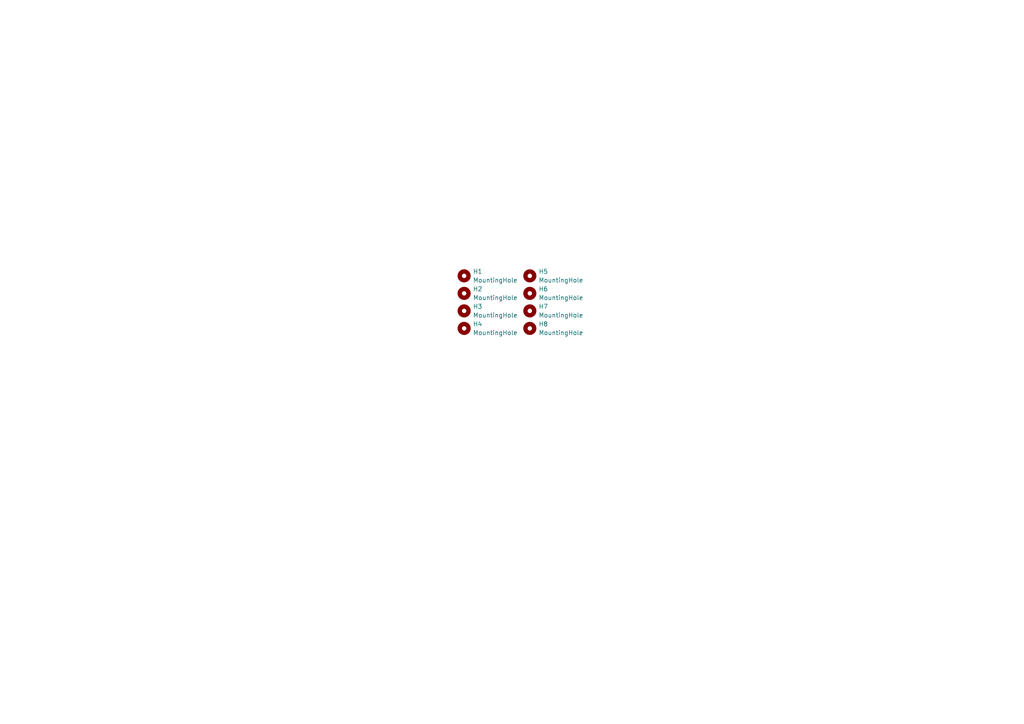
<source format=kicad_sch>
(kicad_sch (version 20211123) (generator eeschema)
  (paper "A4")
  (title_block (title "Sweep V2") (date "2021-03-10") (rev "0.1") (company "broomlabs"))
  (lib_symbols
    (symbol "Mechanical:MountingHole" (pin_names (offset 1.016))
      (property "Reference" "H" (at 0 5.08 0))
      (property "Value" "MountingHole" (at 0 3.175 0))
      (symbol "MountingHole_0_1"
        (circle (center 0 0) (radius 1.27) (stroke (width 1.27)))
      )
    )
  )
  (symbol (lib_id "Mechanical:MountingHole") (at 153.67 95.25 0) (unit 1)
    (property "Reference" "H8" (at 156.21 93.9799 0) (effects (justify left)))
    (property "Value" "MountingHole" (at 156.21 96.5199 0) (effects (justify left)))
    (property "Footprint" "MountingHole:MountingHole_2.2mm_M2" (effects hide))
  )
  (symbol (lib_id "Mechanical:MountingHole") (at 153.67 90.17 0) (unit 1)
    (property "Reference" "H7" (at 156.21 88.8999 0) (effects (justify left)))
    (property "Value" "MountingHole" (at 156.21 91.4399 0) (effects (justify left)))
    (property "Footprint" "MountingHole:MountingHole_2.2mm_M2" (effects hide))
  )
  (symbol (lib_id "Mechanical:MountingHole") (at 134.62 80.01 0) (unit 1)
    (property "Reference" "H1" (at 137.16 78.7399 0) (effects (justify left)))
    (property "Value" "MountingHole" (at 137.16 81.2799 0) (effects (justify left)))
    (property "Footprint" "MountingHole:MountingHole_2.2mm_M2" (effects hide))
  )
  (symbol (lib_id "Mechanical:MountingHole") (at 134.62 90.17 0) (unit 1)
    (property "Reference" "H3" (at 137.16 88.8999 0) (effects (justify left)))
    (property "Value" "MountingHole" (at 137.16 91.4399 0) (effects (justify left)))
    (property "Footprint" "MountingHole:MountingHole_2.2mm_M2" (effects hide))
  )
  (symbol (lib_id "Mechanical:MountingHole") (at 153.67 80.01 0) (unit 1)
    (property "Reference" "H5" (at 156.21 78.7399 0) (effects (justify left)))
    (property "Value" "MountingHole" (at 156.21 81.2799 0) (effects (justify left)))
    (property "Footprint" "MountingHole:MountingHole_2.2mm_M2" (effects hide))
  )
  (symbol (lib_id "Mechanical:MountingHole") (at 134.62 95.25 0) (unit 1)
    (property "Reference" "H4" (at 137.16 93.9799 0) (effects (justify left)))
    (property "Value" "MountingHole" (at 137.16 96.5199 0) (effects (justify left)))
    (property "Footprint" "MountingHole:MountingHole_2.2mm_M2" (effects hide))
  )
  (symbol (lib_id "Mechanical:MountingHole") (at 153.67 85.09 0) (unit 1)
    (property "Reference" "H6" (at 156.21 83.8199 0) (effects (justify left)))
    (property "Value" "MountingHole" (at 156.21 86.3599 0) (effects (justify left)))
    (property "Footprint" "MountingHole:MountingHole_2.2mm_M2" (effects hide))
  )
  (symbol (lib_id "Mechanical:MountingHole") (at 134.62 85.09 0) (unit 1)
    (property "Reference" "H2" (at 137.16 83.8199 0) (effects (justify left)))
    (property "Value" "MountingHole" (at 137.16 86.3599 0) (effects (justify left)))
    (property "Footprint" "MountingHole:MountingHole_2.2mm_M2" (effects hide))
  )
)
</source>
